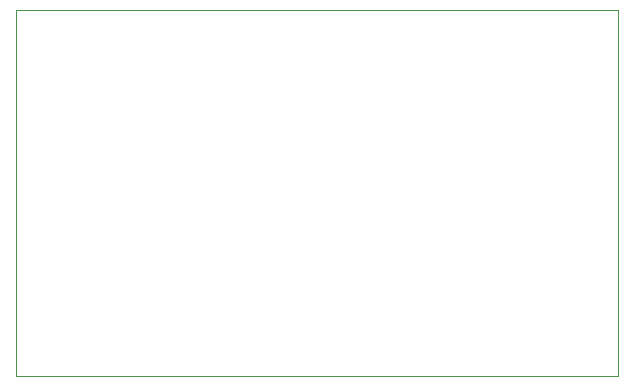
<source format=gbr>
G04 #@! TF.GenerationSoftware,KiCad,Pcbnew,5.1.5+dfsg1-2build2*
G04 #@! TF.CreationDate,2020-09-26T20:23:03-04:00*
G04 #@! TF.ProjectId,ece477,65636534-3737-42e6-9b69-6361645f7063,rev?*
G04 #@! TF.SameCoordinates,Original*
G04 #@! TF.FileFunction,Legend,Bot*
G04 #@! TF.FilePolarity,Positive*
%FSLAX46Y46*%
G04 Gerber Fmt 4.6, Leading zero omitted, Abs format (unit mm)*
G04 Created by KiCad (PCBNEW 5.1.5+dfsg1-2build2) date 2020-09-26 20:23:03*
%MOMM*%
%LPD*%
G04 APERTURE LIST*
%ADD10C,0.120000*%
G04 APERTURE END LIST*
D10*
X92200000Y-122800000D02*
X143200000Y-122800000D01*
X92200000Y-121800000D02*
X92200000Y-122800000D01*
X143200000Y-91800000D02*
X143200000Y-122800000D01*
X92200000Y-91800000D02*
X143200000Y-91800000D01*
X92200000Y-121800000D02*
X92200000Y-91800000D01*
M02*

</source>
